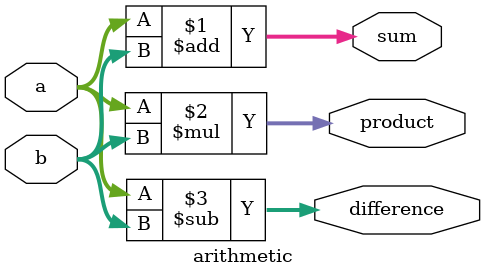
<source format=v>
module arithmetic(a, b, sum, product, difference);
	input		[3:0]a, b;
	output		[7:0]sum, product, difference;
	
	assign sum = a + b;
	assign product = a * b;
	assign difference = a - b;
endmodule

</source>
